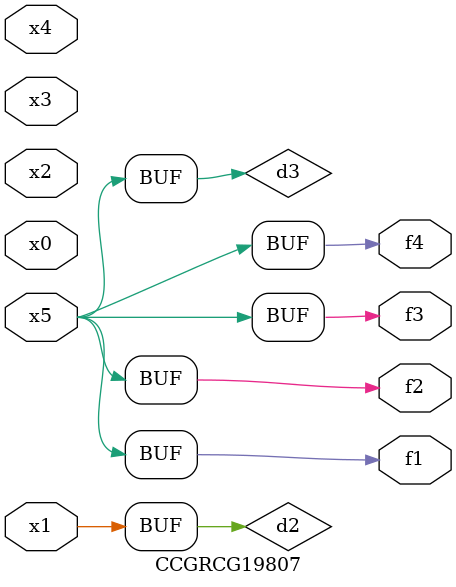
<source format=v>
module CCGRCG19807(
	input x0, x1, x2, x3, x4, x5,
	output f1, f2, f3, f4
);

	wire d1, d2, d3;

	not (d1, x5);
	or (d2, x1);
	xnor (d3, d1);
	assign f1 = d3;
	assign f2 = d3;
	assign f3 = d3;
	assign f4 = d3;
endmodule

</source>
